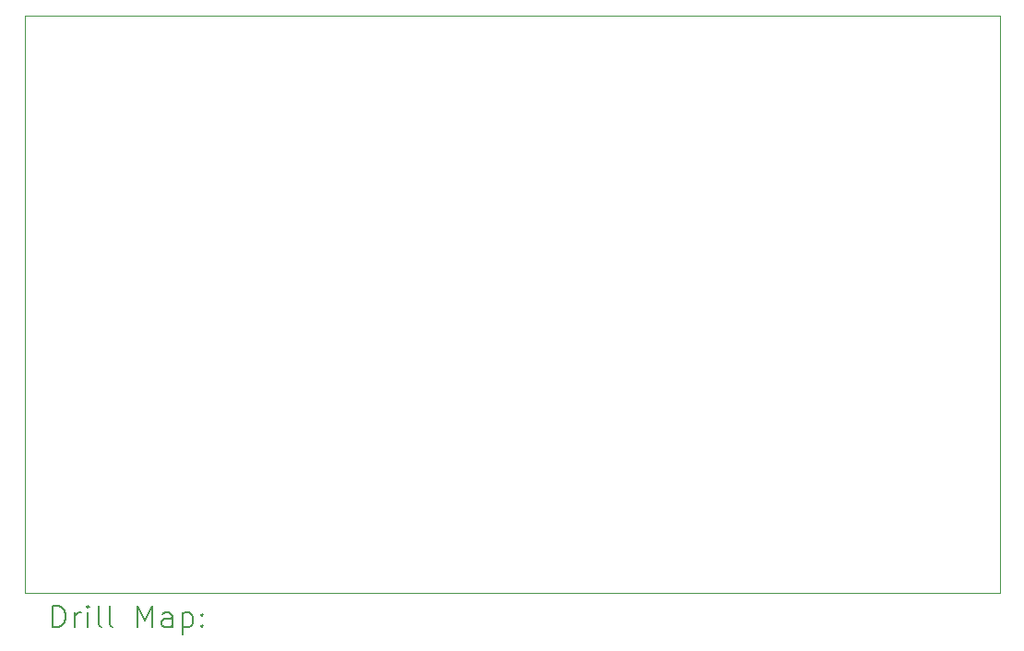
<source format=gbr>
%TF.GenerationSoftware,KiCad,Pcbnew,8.0.4*%
%TF.CreationDate,2024-11-04T17:51:37-06:00*%
%TF.ProjectId,final_project_v0.1,66696e61-6c5f-4707-926f-6a6563745f76,rev?*%
%TF.SameCoordinates,Original*%
%TF.FileFunction,Drillmap*%
%TF.FilePolarity,Positive*%
%FSLAX45Y45*%
G04 Gerber Fmt 4.5, Leading zero omitted, Abs format (unit mm)*
G04 Created by KiCad (PCBNEW 8.0.4) date 2024-11-04 17:51:37*
%MOMM*%
%LPD*%
G01*
G04 APERTURE LIST*
%ADD10C,0.050000*%
%ADD11C,0.200000*%
G04 APERTURE END LIST*
D10*
X8450000Y-9200000D02*
X17400000Y-9200000D01*
X17400000Y-14500000D01*
X8450000Y-14500000D01*
X8450000Y-9200000D01*
D11*
X8708277Y-14813984D02*
X8708277Y-14613984D01*
X8708277Y-14613984D02*
X8755896Y-14613984D01*
X8755896Y-14613984D02*
X8784467Y-14623508D01*
X8784467Y-14623508D02*
X8803515Y-14642555D01*
X8803515Y-14642555D02*
X8813039Y-14661603D01*
X8813039Y-14661603D02*
X8822563Y-14699698D01*
X8822563Y-14699698D02*
X8822563Y-14728269D01*
X8822563Y-14728269D02*
X8813039Y-14766365D01*
X8813039Y-14766365D02*
X8803515Y-14785412D01*
X8803515Y-14785412D02*
X8784467Y-14804460D01*
X8784467Y-14804460D02*
X8755896Y-14813984D01*
X8755896Y-14813984D02*
X8708277Y-14813984D01*
X8908277Y-14813984D02*
X8908277Y-14680650D01*
X8908277Y-14718746D02*
X8917801Y-14699698D01*
X8917801Y-14699698D02*
X8927324Y-14690174D01*
X8927324Y-14690174D02*
X8946372Y-14680650D01*
X8946372Y-14680650D02*
X8965420Y-14680650D01*
X9032086Y-14813984D02*
X9032086Y-14680650D01*
X9032086Y-14613984D02*
X9022563Y-14623508D01*
X9022563Y-14623508D02*
X9032086Y-14633031D01*
X9032086Y-14633031D02*
X9041610Y-14623508D01*
X9041610Y-14623508D02*
X9032086Y-14613984D01*
X9032086Y-14613984D02*
X9032086Y-14633031D01*
X9155896Y-14813984D02*
X9136848Y-14804460D01*
X9136848Y-14804460D02*
X9127324Y-14785412D01*
X9127324Y-14785412D02*
X9127324Y-14613984D01*
X9260658Y-14813984D02*
X9241610Y-14804460D01*
X9241610Y-14804460D02*
X9232086Y-14785412D01*
X9232086Y-14785412D02*
X9232086Y-14613984D01*
X9489229Y-14813984D02*
X9489229Y-14613984D01*
X9489229Y-14613984D02*
X9555896Y-14756841D01*
X9555896Y-14756841D02*
X9622563Y-14613984D01*
X9622563Y-14613984D02*
X9622563Y-14813984D01*
X9803515Y-14813984D02*
X9803515Y-14709222D01*
X9803515Y-14709222D02*
X9793991Y-14690174D01*
X9793991Y-14690174D02*
X9774944Y-14680650D01*
X9774944Y-14680650D02*
X9736848Y-14680650D01*
X9736848Y-14680650D02*
X9717801Y-14690174D01*
X9803515Y-14804460D02*
X9784467Y-14813984D01*
X9784467Y-14813984D02*
X9736848Y-14813984D01*
X9736848Y-14813984D02*
X9717801Y-14804460D01*
X9717801Y-14804460D02*
X9708277Y-14785412D01*
X9708277Y-14785412D02*
X9708277Y-14766365D01*
X9708277Y-14766365D02*
X9717801Y-14747317D01*
X9717801Y-14747317D02*
X9736848Y-14737793D01*
X9736848Y-14737793D02*
X9784467Y-14737793D01*
X9784467Y-14737793D02*
X9803515Y-14728269D01*
X9898753Y-14680650D02*
X9898753Y-14880650D01*
X9898753Y-14690174D02*
X9917801Y-14680650D01*
X9917801Y-14680650D02*
X9955896Y-14680650D01*
X9955896Y-14680650D02*
X9974944Y-14690174D01*
X9974944Y-14690174D02*
X9984467Y-14699698D01*
X9984467Y-14699698D02*
X9993991Y-14718746D01*
X9993991Y-14718746D02*
X9993991Y-14775888D01*
X9993991Y-14775888D02*
X9984467Y-14794936D01*
X9984467Y-14794936D02*
X9974944Y-14804460D01*
X9974944Y-14804460D02*
X9955896Y-14813984D01*
X9955896Y-14813984D02*
X9917801Y-14813984D01*
X9917801Y-14813984D02*
X9898753Y-14804460D01*
X10079705Y-14794936D02*
X10089229Y-14804460D01*
X10089229Y-14804460D02*
X10079705Y-14813984D01*
X10079705Y-14813984D02*
X10070182Y-14804460D01*
X10070182Y-14804460D02*
X10079705Y-14794936D01*
X10079705Y-14794936D02*
X10079705Y-14813984D01*
X10079705Y-14690174D02*
X10089229Y-14699698D01*
X10089229Y-14699698D02*
X10079705Y-14709222D01*
X10079705Y-14709222D02*
X10070182Y-14699698D01*
X10070182Y-14699698D02*
X10079705Y-14690174D01*
X10079705Y-14690174D02*
X10079705Y-14709222D01*
M02*

</source>
